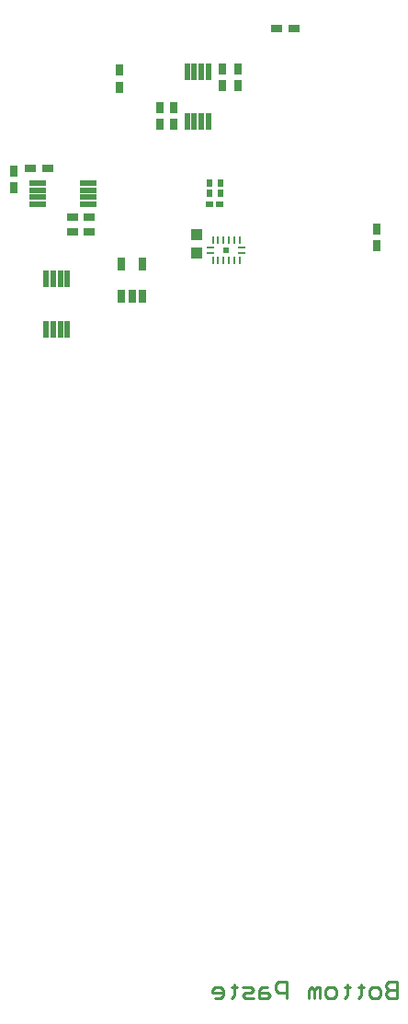
<source format=gbp>
G04*
G04 #@! TF.GenerationSoftware,Altium Limited,Altium Designer,19.0.10 (269)*
G04*
G04 Layer_Color=128*
%FSLAX25Y25*%
%MOIN*%
G70*
G01*
G75*
%ADD14C,0.01000*%
%ADD16R,0.03000X0.04000*%
%ADD17R,0.04000X0.03000*%
G04:AMPARAMS|DCode=20|XSize=25.59mil|YSize=47.24mil|CornerRadius=1.92mil|HoleSize=0mil|Usage=FLASHONLY|Rotation=180.000|XOffset=0mil|YOffset=0mil|HoleType=Round|Shape=RoundedRectangle|*
%AMROUNDEDRECTD20*
21,1,0.02559,0.04341,0,0,180.0*
21,1,0.02175,0.04724,0,0,180.0*
1,1,0.00384,-0.01088,0.02170*
1,1,0.00384,0.01088,0.02170*
1,1,0.00384,0.01088,-0.02170*
1,1,0.00384,-0.01088,-0.02170*
%
%ADD20ROUNDEDRECTD20*%
%ADD21R,0.02500X0.02400*%
%ADD56R,0.02402X0.02500*%
%ADD57R,0.00984X0.02756*%
%ADD58R,0.02756X0.00984*%
%ADD59R,0.02362X0.02362*%
G04:AMPARAMS|DCode=60|XSize=17.72mil|YSize=61.02mil|CornerRadius=1.95mil|HoleSize=0mil|Usage=FLASHONLY|Rotation=0.000|XOffset=0mil|YOffset=0mil|HoleType=Round|Shape=RoundedRectangle|*
%AMROUNDEDRECTD60*
21,1,0.01772,0.05713,0,0,0.0*
21,1,0.01382,0.06102,0,0,0.0*
1,1,0.00390,0.00691,-0.02856*
1,1,0.00390,-0.00691,-0.02856*
1,1,0.00390,-0.00691,0.02856*
1,1,0.00390,0.00691,0.02856*
%
%ADD60ROUNDEDRECTD60*%
%ADD61R,0.03937X0.04331*%
G04:AMPARAMS|DCode=62|XSize=17.72mil|YSize=61.02mil|CornerRadius=1.95mil|HoleSize=0mil|Usage=FLASHONLY|Rotation=90.000|XOffset=0mil|YOffset=0mil|HoleType=Round|Shape=RoundedRectangle|*
%AMROUNDEDRECTD62*
21,1,0.01772,0.05713,0,0,90.0*
21,1,0.01382,0.06102,0,0,90.0*
1,1,0.00390,0.02856,0.00691*
1,1,0.00390,0.02856,-0.00691*
1,1,0.00390,-0.02856,-0.00691*
1,1,0.00390,-0.02856,0.00691*
%
%ADD62ROUNDEDRECTD62*%
D14*
X78900Y-310502D02*
Y-316500D01*
X75901D01*
X74901Y-315500D01*
Y-314501D01*
X75901Y-313501D01*
X78900D01*
X75901D01*
X74901Y-312501D01*
Y-311502D01*
X75901Y-310502D01*
X78900D01*
X71902Y-316500D02*
X69903D01*
X68903Y-315500D01*
Y-313501D01*
X69903Y-312501D01*
X71902D01*
X72902Y-313501D01*
Y-315500D01*
X71902Y-316500D01*
X65904Y-311502D02*
Y-312501D01*
X66904D01*
X64904D01*
X65904D01*
Y-315500D01*
X64904Y-316500D01*
X60906Y-311502D02*
Y-312501D01*
X61905D01*
X59906D01*
X60906D01*
Y-315500D01*
X59906Y-316500D01*
X55907D02*
X53908D01*
X52908Y-315500D01*
Y-313501D01*
X53908Y-312501D01*
X55907D01*
X56907Y-313501D01*
Y-315500D01*
X55907Y-316500D01*
X50909D02*
Y-312501D01*
X49909D01*
X48910Y-313501D01*
Y-316500D01*
Y-313501D01*
X47910Y-312501D01*
X46910Y-313501D01*
Y-316500D01*
X38913D02*
Y-310502D01*
X35914D01*
X34914Y-311502D01*
Y-313501D01*
X35914Y-314501D01*
X38913D01*
X31915Y-312501D02*
X29916D01*
X28916Y-313501D01*
Y-316500D01*
X31915D01*
X32915Y-315500D01*
X31915Y-314501D01*
X28916D01*
X26917Y-316500D02*
X23918D01*
X22918Y-315500D01*
X23918Y-314501D01*
X25917D01*
X26917Y-313501D01*
X25917Y-312501D01*
X22918D01*
X19919Y-311502D02*
Y-312501D01*
X20919D01*
X18919D01*
X19919D01*
Y-315500D01*
X18919Y-316500D01*
X12921D02*
X14921D01*
X15920Y-315500D01*
Y-313501D01*
X14921Y-312501D01*
X12921D01*
X11922Y-313501D01*
Y-314501D01*
X15920D01*
D16*
X71800Y-37802D02*
D03*
Y-43900D02*
D03*
X-21646Y19851D02*
D03*
Y13654D02*
D03*
X15725Y14051D02*
D03*
Y20150D02*
D03*
X-1975Y51D02*
D03*
Y6150D02*
D03*
X-60002Y-22803D02*
D03*
Y-16705D02*
D03*
X21400Y14000D02*
D03*
Y20098D02*
D03*
X-7175Y51D02*
D03*
Y6150D02*
D03*
D17*
X35402Y34953D02*
D03*
X41598D02*
D03*
X-53900Y-16003D02*
D03*
X-47802D02*
D03*
X-32602Y-33503D02*
D03*
X-38700D02*
D03*
X-32602Y-38803D02*
D03*
X-38700D02*
D03*
D20*
X-13412Y-50580D02*
D03*
X-20892D02*
D03*
Y-62194D02*
D03*
X-17152D02*
D03*
X-13412D02*
D03*
D21*
X14584Y-28716D02*
D03*
X10978D02*
D03*
D56*
X15100Y-21197D02*
D03*
Y-24803D02*
D03*
X10920Y-21297D02*
D03*
Y-24903D02*
D03*
D57*
X12163Y-41776D02*
D03*
X14131D02*
D03*
X16100D02*
D03*
X18068D02*
D03*
X20037D02*
D03*
X22005D02*
D03*
Y-49256D02*
D03*
X20037D02*
D03*
X18068D02*
D03*
X16100D02*
D03*
X14131D02*
D03*
X12163D02*
D03*
D58*
X22793Y-44532D02*
D03*
Y-46500D02*
D03*
X11376D02*
D03*
Y-44532D02*
D03*
D59*
X17084Y-45516D02*
D03*
D60*
X10563Y998D02*
D03*
X8004D02*
D03*
X5445D02*
D03*
X2886D02*
D03*
X10563Y19305D02*
D03*
X8004D02*
D03*
X5445D02*
D03*
X2886D02*
D03*
X-48302Y-55728D02*
D03*
X-45743D02*
D03*
X-43184D02*
D03*
X-40625D02*
D03*
X-48302Y-74035D02*
D03*
X-45743D02*
D03*
X-43184D02*
D03*
X-40625D02*
D03*
D61*
X6184Y-39716D02*
D03*
Y-46409D02*
D03*
D62*
X-51454Y-28839D02*
D03*
Y-26280D02*
D03*
Y-23720D02*
D03*
Y-21161D02*
D03*
X-33147Y-28839D02*
D03*
Y-26280D02*
D03*
Y-23720D02*
D03*
Y-21161D02*
D03*
M02*

</source>
